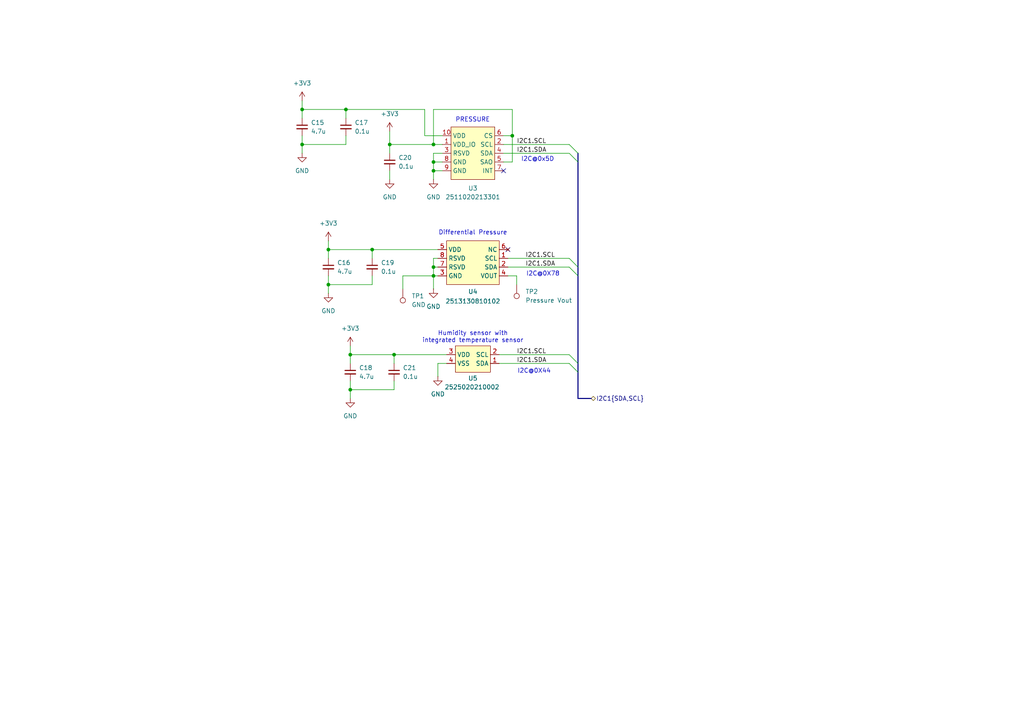
<source format=kicad_sch>
(kicad_sch (version 20250114) (generator "eeschema") (generator_version "9.0")
  (paper "A4")
  (title_block (title "i2c sensor") (date "2025-07-11") (rev "V1.0") (company "Taipei Tech Racing") (comment 1 "design by Chen"))
  (lib_symbols
    (symbol "Connector:TestPoint" (pin_numbers (hide yes)) (pin_names (offset 0.762) (hide yes))
      (property "Reference" "TP" (at 0 6.858 0))
      (property "Value" "TestPoint" (at 0 5.08 0))
      (symbol "TestPoint_0_1"
        (circle (center 0 3.302) (radius 0.762))
      )
      (symbol "TestPoint_1_1"
        (pin passive line (at 0 0 90) (length 2.54) (name "1") (number "1"))
      )
    )
    (symbol "Device:C_Small" (pin_numbers (hide yes)) (pin_names (offset 0.254) (hide yes))
      (property "Reference" "C" (at 0.254 1.778 0))
      (property "Value" "C_Small" (at 0.254 -2.032 0))
      (symbol "C_Small_0_1"
        (polyline (pts (xy -1.524 0.508) (xy 1.524 0.508)) (stroke (width 0.3048)))
        (polyline (pts (xy -1.524 -0.508) (xy 1.524 -0.508)) (stroke (width 0.3302)))
      )
      (symbol "C_Small_1_1"
        (pin passive line (at 0 2.54 270) (length 2.032) (name "~") (number "1"))
        (pin passive line (at 0 -2.54 90) (length 2.032) (name "~") (number "2"))
      )
    )
    (symbol "TTR:2511020213301"
      (property "Reference" "U" (at 0 11.43 0))
      (property "Value" "2511020213301" (at 0 8.89 0))
      (symbol "2511020213301_0_0"
        (pin power_in line (at -8.89 5.08 0) (length 2.54) (name "VDD") (number "10"))
        (pin power_in line (at -8.89 2.54 0) (length 2.54) (name "VDD_IO") (number "1"))
        (pin input line (at -8.89 0 0) (length 2.54) (name "RSVD") (number "3"))
        (pin input line (at -8.89 -2.54 0) (length 2.54) (name "GND") (number "8"))
        (pin input line (at -8.89 -5.08 0) (length 2.54) (name "GND") (number "9"))
        (pin input line (at 8.89 5.08 180) (length 2.54) (name "CS") (number "6"))
        (pin input line (at 8.89 2.54 180) (length 2.54) (name "SCL") (number "2"))
        (pin bidirectional line (at 8.89 0 180) (length 2.54) (name "SDA") (number "4"))
        (pin bidirectional line (at 8.89 -2.54 180) (length 2.54) (name "SAO") (number "5"))
        (pin bidirectional line (at 8.89 -5.08 180) (length 2.54) (name "INT") (number "7"))
      )
      (symbol "2511020213301_1_1"
        (rectangle (start -6.35 7.62) (end 6.35 -7.62) (fill (type background)))
      )
    )
    (symbol "TTR:2513130810102"
      (property "Reference" "U" (at 0 -7.874 0))
      (property "Value" "2513130810102" (at 0 -10.16 0))
      (symbol "2513130810102_0_0"
        (pin power_in line (at -10.16 3.81 0) (length 2.54) (name "VDD") (number "5"))
        (pin input line (at -10.16 -3.81 0) (length 2.54) (name "GND") (number "3"))
        (pin input line (at 10.16 1.27 180) (length 2.54) (name "SCL") (number "1"))
        (pin bidirectional line (at 10.16 -1.27 180) (length 2.54) (name "SDA") (number "2"))
        (pin output line (at 10.16 -3.81 180) (length 2.54) (name "VOUT") (number "4"))
      )
      (symbol "2513130810102_1_0"
        (pin input line (at -10.16 1.27 0) (length 2.54) (name "RSVD") (number "8"))
        (pin input line (at -10.16 -1.27 0) (length 2.54) (name "RSVD") (number "7"))
        (pin no_connect line (at 10.16 3.81 180) (length 2.54) (name "NC") (number "6"))
      )
      (symbol "2513130810102_1_1"
        (rectangle (start -7.62 6.35) (end 7.62 -6.35) (fill (type background)))
      )
    )
    (symbol "TTR:2525020210002"
      (property "Reference" "U" (at 0 7.62 0))
      (property "Value" "2525020210002" (at 0 5.334 0))
      (symbol "2525020210002_0_0"
        (pin power_in line (at -7.62 1.27 0) (length 2.54) (name "VDD") (number "3"))
        (pin input line (at -7.62 -1.27 0) (length 2.54) (name "VSS") (number "4"))
        (pin input line (at 7.62 1.27 180) (length 2.54) (name "SCL") (number "2"))
        (pin bidirectional line (at 7.62 -1.27 180) (length 2.54) (name "SDA") (number "1"))
      )
      (symbol "2525020210002_1_1"
        (rectangle (start -5.08 3.81) (end 5.08 -3.81) (fill (type background)))
      )
    )
    (symbol "power:+3V3" (power) (pin_numbers (hide yes)) (pin_names (offset 0) (hide yes))
      (property "Value" "+3V3" (at 0 3.556 0))
      (symbol "+3V3_0_1"
        (polyline (pts (xy -0.762 1.27) (xy 0 2.54)))
        (polyline (pts (xy 0 2.54) (xy 0.762 1.27)))
        (polyline (pts (xy 0 0) (xy 0 2.54)))
      )
      (symbol "+3V3_1_1"
        (pin power_in line (at 0 0 90) (length 0) (name "~") (number "1"))
      )
    )
    (symbol "power:GND" (power) (pin_numbers (hide yes)) (pin_names (offset 0) (hide yes))
      (property "Value" "GND" (at 0 -3.81 0))
      (symbol "GND_0_1"
        (polyline (pts (xy 0 0) (xy 0 -1.27) (xy 1.27 -1.27) (xy 0 -2.54) (xy -1.27 -1.27) (xy 0 -1.27)))
      )
      (symbol "GND_1_1"
        (pin power_in line (at 0 0 270) (length 0) (name "~") (number "1"))
      )
    )
  )
  (text "PRESSURE" (at 132.08 35.56 0) (effects (font (size 1.27 1.27)) (justify left bottom)))
  (text "Humidity sensor with\nintegrated temperature sensor" (at 137.16 97.79 0) (effects (font (size 1.27 1.27))))
  (text "I2C@0X44" (at 154.94 107.696 0) (effects (font (size 1.27 1.27))))
  (text "I2C@0x5D" (at 151.13 46.99 0) (effects (font (size 1.27 1.27)) (justify left bottom)))
  (text "Differential Pressure" (at 137.16 67.564 0) (effects (font (size 1.27 1.27))))
  (text "I2C@0X78" (at 157.48 79.502 0) (effects (font (size 1.27 1.27))))
  (junction (at 107.95 72.39))
  (junction (at 125.73 46.99))
  (junction (at 95.25 72.39))
  (junction (at 125.73 49.53))
  (junction (at 100.33 31.75))
  (junction (at 95.25 82.55))
  (junction (at 125.73 80.01))
  (junction (at 125.73 77.47))
  (junction (at 101.6 113.03))
  (junction (at 125.73 41.91))
  (junction (at 87.63 31.75))
  (junction (at 87.63 41.91))
  (junction (at 113.03 41.91))
  (junction (at 148.59 39.37))
  (junction (at 101.6 102.87))
  (junction (at 114.3 102.87))
  (no_connect (at 147.32 72.39))
  (no_connect (at 146.05 49.53))
  (bus_entry (at 165.1 105.41) (size 2.54 2.54))
  (bus_entry (at 165.1 44.45) (size 2.54 2.54))
  (bus_entry (at 165.1 77.47) (size 2.54 2.54))
  (bus_entry (at 165.1 74.93) (size 2.54 2.54))
  (bus_entry (at 165.1 102.87) (size 2.54 2.54))
  (bus_entry (at 165.1 41.91) (size 2.54 2.54))
  (wire (pts (xy 107.95 72.39) (xy 107.95 74.93)))
  (wire (pts (xy 101.6 100.33) (xy 101.6 102.87)))
  (wire (pts (xy 101.6 102.87) (xy 114.3 102.87)))
  (wire (pts (xy 129.54 105.41) (xy 127 105.41)))
  (wire (pts (xy 87.63 41.91) (xy 87.63 44.45)))
  (wire (pts (xy 100.33 41.91) (xy 100.33 39.37)))
  (wire (pts (xy 147.32 74.93) (xy 165.1 74.93)))
  (wire (pts (xy 116.84 80.01) (xy 125.73 80.01)))
  (wire (pts (xy 147.32 80.01) (xy 149.86 80.01)))
  (wire (pts (xy 113.03 38.1) (xy 113.03 41.91)))
  (wire (pts (xy 87.63 29.21) (xy 87.63 31.75)))
  (wire (pts (xy 100.33 31.75) (xy 100.33 34.29)))
  (bus (pts (xy 167.64 77.47) (xy 167.64 46.99)))
  (wire (pts (xy 113.03 41.91) (xy 113.03 44.45)))
  (wire (pts (xy 146.05 46.99) (xy 148.59 46.99)))
  (wire (pts (xy 144.78 105.41) (xy 165.1 105.41)))
  (wire (pts (xy 125.73 41.91) (xy 125.73 31.75)))
  (wire (pts (xy 95.25 69.85) (xy 95.25 72.39)))
  (wire (pts (xy 114.3 102.87) (xy 114.3 105.41)))
  (wire (pts (xy 128.27 44.45) (xy 125.73 44.45)))
  (bus (pts (xy 167.64 44.45) (xy 167.64 46.99)))
  (wire (pts (xy 125.73 31.75) (xy 148.59 31.75)))
  (wire (pts (xy 125.73 77.47) (xy 125.73 80.01)))
  (wire (pts (xy 101.6 113.03) (xy 114.3 113.03)))
  (wire (pts (xy 125.73 74.93) (xy 125.73 77.47)))
  (wire (pts (xy 123.19 39.37) (xy 123.19 31.75)))
  (wire (pts (xy 147.32 77.47) (xy 165.1 77.47)))
  (wire (pts (xy 125.73 77.47) (xy 127 77.47)))
  (wire (pts (xy 107.95 72.39) (xy 127 72.39)))
  (wire (pts (xy 125.73 46.99) (xy 125.73 49.53)))
  (wire (pts (xy 144.78 102.87) (xy 165.1 102.87)))
  (wire (pts (xy 87.63 41.91) (xy 100.33 41.91)))
  (wire (pts (xy 116.84 83.82) (xy 116.84 80.01)))
  (wire (pts (xy 114.3 113.03) (xy 114.3 110.49)))
  (bus (pts (xy 167.64 80.01) (xy 167.64 77.47)))
  (bus (pts (xy 167.64 105.41) (xy 167.64 80.01)))
  (wire (pts (xy 101.6 110.49) (xy 101.6 113.03)))
  (wire (pts (xy 148.59 31.75) (xy 148.59 39.37)))
  (wire (pts (xy 87.63 34.29) (xy 87.63 31.75)))
  (wire (pts (xy 95.25 74.93) (xy 95.25 72.39)))
  (wire (pts (xy 148.59 46.99) (xy 148.59 39.37)))
  (wire (pts (xy 113.03 49.53) (xy 113.03 52.07)))
  (wire (pts (xy 128.27 41.91) (xy 125.73 41.91)))
  (wire (pts (xy 87.63 39.37) (xy 87.63 41.91)))
  (wire (pts (xy 148.59 39.37) (xy 146.05 39.37)))
  (wire (pts (xy 95.25 82.55) (xy 95.25 85.09)))
  (bus (pts (xy 167.64 107.95) (xy 167.64 105.41)))
  (wire (pts (xy 95.25 80.01) (xy 95.25 82.55)))
  (wire (pts (xy 107.95 82.55) (xy 107.95 80.01)))
  (wire (pts (xy 123.19 31.75) (xy 100.33 31.75)))
  (wire (pts (xy 87.63 31.75) (xy 100.33 31.75)))
  (wire (pts (xy 146.05 44.45) (xy 165.1 44.45)))
  (wire (pts (xy 127 105.41) (xy 127 109.22)))
  (wire (pts (xy 95.25 82.55) (xy 107.95 82.55)))
  (bus (pts (xy 171.45 115.57) (xy 167.64 115.57)))
  (wire (pts (xy 125.73 49.53) (xy 128.27 49.53)))
  (wire (pts (xy 125.73 49.53) (xy 125.73 52.07)))
  (wire (pts (xy 128.27 39.37) (xy 123.19 39.37)))
  (wire (pts (xy 101.6 113.03) (xy 101.6 115.57)))
  (bus (pts (xy 167.64 115.57) (xy 167.64 107.95)))
  (wire (pts (xy 146.05 41.91) (xy 165.1 41.91)))
  (wire (pts (xy 125.73 80.01) (xy 127 80.01)))
  (wire (pts (xy 125.73 80.01) (xy 125.73 83.82)))
  (wire (pts (xy 95.25 72.39) (xy 107.95 72.39)))
  (wire (pts (xy 125.73 46.99) (xy 128.27 46.99)))
  (wire (pts (xy 149.86 80.01) (xy 149.86 82.55)))
  (wire (pts (xy 101.6 105.41) (xy 101.6 102.87)))
  (wire (pts (xy 129.54 102.87) (xy 114.3 102.87)))
  (wire (pts (xy 113.03 41.91) (xy 125.73 41.91)))
  (wire (pts (xy 127 74.93) (xy 125.73 74.93)))
  (wire (pts (xy 125.73 44.45) (xy 125.73 46.99)))
  (label "I2C1.SCL" (at 152.4 74.93 0))
  (label "I2C1.SCL" (at 149.86 41.91 0))
  (label "I2C1.SDA" (at 149.86 44.45 0))
  (label "I2C1.SDA" (at 149.86 105.41 0))
  (label "I2C1.SDA" (at 152.4 77.47 0))
  (label "I2C1.SCL" (at 149.86 102.87 0))
  (hierarchical_label "I2C1{SDA,SCL}" (shape bidirectional) (at 171.45 115.57 0))
  (symbol (lib_id "Connector:TestPoint") (at 149.86 82.55 180) (unit 1) (in_bom no)
    (property "Reference" "TP2" (at 152.4 84.5819 0) (effects (justify right)))
    (property "Value" "Pressure Vout" (at 152.4 87.1219 0) (effects (justify right)))
    (property "Footprint" "TestPoint:TestPoint_Pad_D1.0mm" (effects (hide yes)))
    (property "Description" "test point" (effects (hide yes)))
  )
  (symbol (lib_id "power:GND") (at 101.6 115.57 0) (unit 1)
    (property "Reference" "#PWR030" (effects (hide yes)))
    (property "Value" "GND" (at 101.6 120.65 0))
    (property "Description" "Power symbol creates a global label with name \"GND\" , ground" (effects (hide yes)))
  )
  (symbol (lib_id "power:+3V3") (at 87.63 29.21 0) (unit 1)
    (property "Reference" "#PWR025" (effects (hide yes)))
    (property "Value" "+3V3" (at 87.63 24.13 0))
    (property "Description" "Power symbol creates a global label with name \"+3V3\"" (effects (hide yes)))
  )
  (symbol (lib_id "TTR:2511020213301") (at 137.16 44.45 0) (unit 1)
    (property "Reference" "U3" (at 137.16 54.61 0))
    (property "Value" "2511020213301" (at 137.16 57.15 0))
    (property "Footprint" "TTR:2511020213301" (effects (hide yes)))
    (property "Datasheet" "https://www.we-online.com/components/products/manual/2511020213301_WSEN-PADS%202511020213301%20Manual_rev2.2.pdf" (effects (hide yes)))
    (property "Description" "WSEN-PADS Absolute Pressure Sensor" (effects (hide yes)))
    (property "WE" "2511020213301" (effects (hide yes)))
  )
  (symbol (lib_id "power:+3V3") (at 113.03 38.1 0) (unit 1)
    (property "Reference" "#PWR031" (effects (hide yes)))
    (property "Value" "+3V3" (at 113.03 33.02 0))
    (property "Description" "Power symbol creates a global label with name \"+3V3\"" (effects (hide yes)))
  )
  (symbol (lib_id "power:GND") (at 87.63 44.45 0) (unit 1)
    (property "Reference" "#PWR026" (effects (hide yes)))
    (property "Value" "GND" (at 87.63 49.53 0))
    (property "Description" "Power symbol creates a global label with name \"GND\" , ground" (effects (hide yes)))
  )
  (symbol (lib_id "Device:C_Small") (at 113.03 46.99 0) (unit 1)
    (property "Reference" "C20" (at 115.57 45.7262 0) (effects (justify left)))
    (property "Value" "0.1u" (at 115.57 48.2662 0) (effects (justify left)))
    (property "Footprint" "Capacitor_SMD:C_0603_1608Metric" (effects (hide yes)))
    (property "Description" "Unpolarized capacitor, small symbol" (effects (hide yes)))
    (property "MOUSER" "80-C0603C104J3REAULR" (effects (hide yes)))
  )
  (symbol (lib_id "power:GND") (at 95.25 85.09 0) (unit 1)
    (property "Reference" "#PWR028" (effects (hide yes)))
    (property "Value" "GND" (at 95.25 90.17 0))
    (property "Description" "Power symbol creates a global label with name \"GND\" , ground" (effects (hide yes)))
  )
  (symbol (lib_id "power:GND") (at 125.73 83.82 0) (unit 1)
    (property "Reference" "#PWR034" (effects (hide yes)))
    (property "Value" "GND" (at 125.73 88.9 0))
    (property "Description" "Power symbol creates a global label with name \"GND\" , ground" (effects (hide yes)))
  )
  (symbol (lib_id "power:GND") (at 125.73 52.07 0) (unit 1)
    (property "Reference" "#PWR033" (effects (hide yes)))
    (property "Value" "GND" (at 125.73 57.15 0))
    (property "Description" "Power symbol creates a global label with name \"GND\" , ground" (effects (hide yes)))
  )
  (symbol (lib_id "Device:C_Small") (at 101.6 107.95 0) (unit 1)
    (property "Reference" "C18" (at 104.14 106.68 0) (effects (justify left)))
    (property "Value" "4.7u" (at 104.14 109.2263 0) (effects (justify left)))
    (property "Footprint" "Capacitor_SMD:C_0603_1608Metric" (effects (hide yes)))
    (property "Description" "Unpolarized capacitor, small symbol" (effects (hide yes)))
    (property "MOUSER" "80-C0603C475K8P" (effects (hide yes)))
  )
  (symbol (lib_id "power:GND") (at 113.03 52.07 0) (unit 1)
    (property "Reference" "#PWR032" (effects (hide yes)))
    (property "Value" "GND" (at 113.03 57.15 0))
    (property "Description" "Power symbol creates a global label with name \"GND\" , ground" (effects (hide yes)))
  )
  (symbol (lib_id "power:+3V3") (at 101.6 100.33 0) (unit 1)
    (property "Reference" "#PWR029" (effects (hide yes)))
    (property "Value" "+3V3" (at 101.6 95.25 0))
    (property "Description" "Power symbol creates a global label with name \"+3V3\"" (effects (hide yes)))
  )
  (symbol (lib_id "Connector:TestPoint") (at 116.84 83.82 180) (unit 1) (in_bom no)
    (property "Reference" "TP1" (at 119.38 85.8519 0) (effects (justify right)))
    (property "Value" "GND" (at 119.38 88.3919 0) (effects (justify right)))
    (property "Footprint" "TestPoint:TestPoint_Pad_D1.0mm" (effects (hide yes)))
    (property "Description" "test point" (effects (hide yes)))
  )
  (symbol (lib_id "Device:C_Small") (at 100.33 36.83 0) (unit 1)
    (property "Reference" "C17" (at 102.87 35.5662 0) (effects (justify left)))
    (property "Value" "0.1u" (at 102.87 38.1062 0) (effects (justify left)))
    (property "Footprint" "Capacitor_SMD:C_0603_1608Metric" (effects (hide yes)))
    (property "Description" "Unpolarized capacitor, small symbol" (effects (hide yes)))
    (property "MOUSER" "80-C0603C104J3REAULR" (effects (hide yes)))
  )
  (symbol (lib_id "Device:C_Small") (at 114.3 107.95 0) (unit 1)
    (property "Reference" "C21" (at 116.84 106.6862 0) (effects (justify left)))
    (property "Value" "0.1u" (at 116.84 109.2262 0) (effects (justify left)))
    (property "Footprint" "Capacitor_SMD:C_0603_1608Metric" (effects (hide yes)))
    (property "Description" "Unpolarized capacitor, small symbol" (effects (hide yes)))
    (property "MOUSER" "80-C0603C104J3REAULR" (effects (hide yes)))
  )
  (symbol (lib_id "Device:C_Small") (at 95.25 77.47 0) (unit 1)
    (property "Reference" "C16" (at 97.79 76.2 0) (effects (justify left)))
    (property "Value" "4.7u" (at 97.79 78.7463 0) (effects (justify left)))
    (property "Footprint" "Capacitor_SMD:C_0603_1608Metric" (effects (hide yes)))
    (property "Description" "Unpolarized capacitor, small symbol" (effects (hide yes)))
    (property "MOUSER" "80-C0603C475K8P" (effects (hide yes)))
  )
  (symbol (lib_id "TTR:2525020210002") (at 137.16 104.14 0) (unit 1)
    (property "Reference" "U5" (at 137.16 109.728 0))
    (property "Value" "2525020210002" (at 136.906 112.268 0))
    (property "Footprint" "TTR:2525020210002" (effects (hide yes)))
    (property "Datasheet" "https://www.we-online.com/components/products/datasheet/2525020210002.pdf" (effects (hide yes)))
    (property "Description" "WSEN-HIDS Humidity sensor with integrated temperature sensor" (effects (hide yes)))
  )
  (symbol (lib_id "power:GND") (at 127 109.22 0) (unit 1)
    (property "Reference" "#PWR035" (effects (hide yes)))
    (property "Value" "GND" (at 127 114.3 0))
    (property "Description" "Power symbol creates a global label with name \"GND\" , ground" (effects (hide yes)))
  )
  (symbol (lib_id "power:+3V3") (at 95.25 69.85 0) (unit 1)
    (property "Reference" "#PWR027" (effects (hide yes)))
    (property "Value" "+3V3" (at 95.25 64.77 0))
    (property "Description" "Power symbol creates a global label with name \"+3V3\"" (effects (hide yes)))
  )
  (symbol (lib_id "Device:C_Small") (at 87.63 36.83 0) (unit 1)
    (property "Reference" "C15" (at 90.17 35.56 0) (effects (justify left)))
    (property "Value" "4.7u" (at 90.17 38.1063 0) (effects (justify left)))
    (property "Footprint" "Capacitor_SMD:C_0603_1608Metric" (effects (hide yes)))
    (property "Description" "Unpolarized capacitor, small symbol" (effects (hide yes)))
    (property "MOUSER" "80-C0603C475K8P" (effects (hide yes)))
  )
  (symbol (lib_id "TTR:2513130810102") (at 137.16 76.2 0) (unit 1)
    (property "Reference" "U4" (at 137.16 84.582 0))
    (property "Value" "2513130810102" (at 137.16 87.376 0))
    (property "Footprint" "TTR:2513130810102_hand" (effects (hide yes)))
    (property "Datasheet" "https://www.we-online.com/components/products/datasheet/2513130810102.pdf" (effects (hide yes)))
    (property "Description" "WSEN-PDUS Differential Pressure" (effects (hide yes)))
    (property "WE" "2513130810102" (effects (hide yes)))
  )
  (symbol (lib_id "Device:C_Small") (at 107.95 77.47 0) (unit 1)
    (property "Reference" "C19" (at 110.49 76.2062 0) (effects (justify left)))
    (property "Value" "0.1u" (at 110.49 78.7462 0) (effects (justify left)))
    (property "Footprint" "Capacitor_SMD:C_0603_1608Metric" (effects (hide yes)))
    (property "Description" "Unpolarized capacitor, small symbol" (effects (hide yes)))
    (property "MOUSER" "80-C0603C104J3REAULR" (effects (hide yes)))
  )
)
</source>
